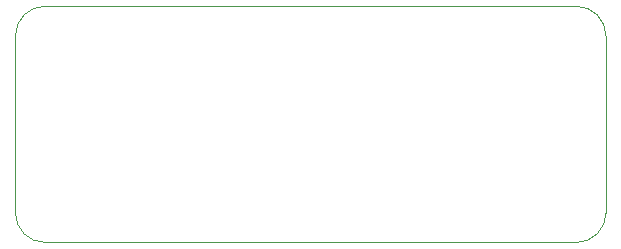
<source format=gbr>
%TF.GenerationSoftware,KiCad,Pcbnew,(6.0.6)*%
%TF.CreationDate,2022-08-22T11:18:43+02:00*%
%TF.ProjectId,nixieboi_psu,6e697869-6562-46f6-995f-7073752e6b69,rev?*%
%TF.SameCoordinates,Original*%
%TF.FileFunction,Profile,NP*%
%FSLAX46Y46*%
G04 Gerber Fmt 4.6, Leading zero omitted, Abs format (unit mm)*
G04 Created by KiCad (PCBNEW (6.0.6)) date 2022-08-22 11:18:43*
%MOMM*%
%LPD*%
G01*
G04 APERTURE LIST*
%TA.AperFunction,Profile*%
%ADD10C,0.100000*%
%TD*%
G04 APERTURE END LIST*
D10*
X92000000Y-59500000D02*
G75*
G03*
X89500000Y-62000000I0J-2500000D01*
G01*
X139500000Y-77000000D02*
X139500000Y-62000000D01*
X89500000Y-77000000D02*
G75*
G03*
X92000000Y-79500000I2500000J0D01*
G01*
X92000000Y-79500000D02*
X137000000Y-79500000D01*
X137000000Y-79500000D02*
G75*
G03*
X139500000Y-77000000I0J2500000D01*
G01*
X137000000Y-59500000D02*
X92000000Y-59500000D01*
X89500000Y-62000000D02*
X89500000Y-77000000D01*
X139500000Y-62000000D02*
G75*
G03*
X137000000Y-59500000I-2500000J0D01*
G01*
M02*

</source>
